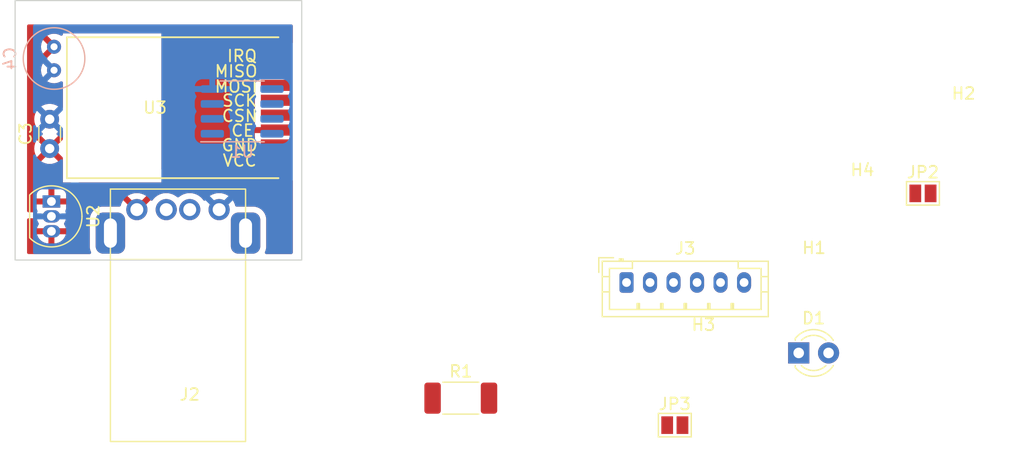
<source format=kicad_pcb>
(kicad_pcb (version 20211014) (generator pcbnew)
  (layers (0 "F.Cu" signal) (31 "B.Cu" signal) (34 "B.Paste" user) (35 "F.Paste" user) (36 "B.SilkS" user "B.Silkscreen") (37 "F.SilkS" user "F.Silkscreen") (38 "B.Mask" user) (39 "F.Mask" user) (44 "Edge.Cuts" user))
  (net 0 "")
  (net 1 "/5V")
  (net 2 "/GND")
  (net 3 "/3V3")
  (net 4 "Net-(U1-Pad3)")
  (net 7 "Net-(J2-Pad5)")
  (net 8 "CSN")
  (net 9 "Net-(D1-Pad1)")
  (net 10 "MOSI")
  (net 11 "MISO")
  (net 12 "SCK")
  (net 13 "RESET")
  (footprint "Connector_JST:JST_PH_B6B-PH-K_1x06_P2.00mm_Vertical" (layer "F.Cu") (at 143.967 89.797)
    (fp_text reference "J3" (at 5 -2.9) (layer "F.SilkS"))
    (fp_text value "Conn_01x06_Male")
    (fp_line (start 8.9 2.3) (end 8.9 1.8) (layer "F.SilkS") (width 0.12))
    (fp_line (start -2.06 0.8) (end -1.45 0.8) (layer "F.SilkS") (width 0.12))
    (fp_line (start -1.11 -2.11) (end -2.36 -2.11) (layer "F.SilkS") (width 0.12))
    (fp_line (start 1.1 1.8) (end 1.1 2.3) (layer "F.SilkS") (width 0.12))
    (fp_line (start 7 2.3) (end 7 1.8) (layer "F.SilkS") (width 0.12))
    (fp_line (start 11.45 2.3) (end 11.45 -1.2) (layer "F.SilkS") (width 0.12))
    (fp_line (start 12.06 2.91) (end 12.06 -1.81) (layer "F.SilkS") (width 0.12))
    (fp_line (start -0.6 -2.01) (end -0.6 -1.81) (layer "F.SilkS") (width 0.12))
    (fp_line (start -2.06 2.91) (end 12.06 2.91) (layer "F.SilkS") (width 0.12))
    (fp_line (start 0.9 1.8) (end 1.1 1.8) (layer "F.SilkS") (width 0.12))
    (fp_line (start -0.3 -1.81) (end -0.3 -2.01) (layer "F.SilkS") (width 0.12))
    (fp_line (start -1.45 -1.2) (end -1.45 2.3) (layer "F.SilkS") (width 0.12))
    (fp_line (start 9 2.3) (end 9 1.8) (layer "F.SilkS") (width 0.12))
    (fp_line (start 0.5 -1.81) (end 0.5 -1.2) (layer "F.SilkS") (width 0.12))
    (fp_line (start 0.9 2.3) (end 0.9 1.8) (layer "F.SilkS") (width 0.12))
    (fp_line (start 8.9 1.8) (end 9.1 1.8) (layer "F.SilkS") (width 0.12))
    (fp_line (start 6.9 2.3) (end 6.9 1.8) (layer "F.SilkS") (width 0.12))
    (fp_line (start 2.9 2.3) (end 2.9 1.8) (layer "F.SilkS") (width 0.12))
    (fp_line (start 0.5 -1.2) (end -1.45 -1.2) (layer "F.SilkS") (width 0.12))
    (fp_line (start 3 2.3) (end 3 1.8) (layer "F.SilkS") (width 0.12))
    (fp_line (start 9.5 -1.2) (end 9.5 -1.81) (layer "F.SilkS") (width 0.12))
    (fp_line (start 4.9 2.3) (end 4.9 1.8) (layer "F.SilkS") (width 0.12))
    (fp_line (start 3.1 1.8) (end 3.1 2.3) (layer "F.SilkS") (width 0.12))
    (fp_line (start -2.06 -0.5) (end -1.45 -0.5) (layer "F.SilkS") (width 0.12))
    (fp_line (start -2.06 -1.81) (end -2.06 2.91) (layer "F.SilkS") (width 0.12))
    (fp_line (start -1.45 2.3) (end 11.45 2.3) (layer "F.SilkS") (width 0.12))
    (fp_line (start 7.1 1.8) (end 7.1 2.3) (layer "F.SilkS") (width 0.12))
    (fp_line (start 9.1 1.8) (end 9.1 2.3) (layer "F.SilkS") (width 0.12))
    (fp_line (start 5 2.3) (end 5 1.8) (layer "F.SilkS") (width 0.12))
    (fp_line (start 12.06 -0.5) (end 11.45 -0.5) (layer "F.SilkS") (width 0.12))
    (fp_line (start -0.3 -2.01) (end -0.6 -2.01) (layer "F.SilkS") (width 0.12))
    (fp_line (start 12.06 0.8) (end 11.45 0.8) (layer "F.SilkS") (width 0.12))
    (fp_line (start 5.1 1.8) (end 5.1 2.3) (layer "F.SilkS") (width 0.12))
    (fp_line (start 1 2.3) (end 1 1.8) (layer "F.SilkS") (width 0.12))
    (fp_line (start 4.9 1.8) (end 5.1 1.8) (layer "F.SilkS") (width 0.12))
    (fp_line (start 6.9 1.8) (end 7.1 1.8) (layer "F.SilkS") (width 0.12))
    (fp_line (start 11.45 -1.2) (end 9.5 -1.2) (layer "F.SilkS") (width 0.12))
    (fp_line (start -0.3 -1.91) (end -0.6 -1.91) (layer "F.SilkS") (width 0.12))
    (fp_line (start 12.06 -1.81) (end -2.06 -1.81) (layer "F.SilkS") (width 0.12))
    (fp_line (start 2.9 1.8) (end 3.1 1.8) (layer "F.SilkS") (width 0.12))
    (fp_line (start -2.36 -2.11) (end -2.36 -0.86) (layer "F.SilkS") (width 0.12))
    (pad "1" thru_hole roundrect (at 0 0) (size 1.2 1.75) (drill 0.75) (layers *.Cu *.Mask) (roundrect_rratio 0.208333) (net 12 "SCK"))
    (pad "2" thru_hole oval (at 2 0) (size 1.2 1.75) (drill 0.75) (layers *.Cu *.Mask) (net 10 "MOSI"))
    (pad "3" thru_hole oval (at 4 0) (size 1.2 1.75) (drill 0.75) (layers *.Cu *.Mask) (net 11 "MISO"))
    (pad "4" thru_hole oval (at 6 0) (size 1.2 1.75) (drill 0.75) (layers *.Cu *.Mask) (net 13 "RESET"))
    (pad "5" thru_hole oval (at 8 0) (size 1.2 1.75) (drill 0.75) (layers *.Cu *.Mask) (net 1 "/5V"))
    (pad "6" thru_hole oval (at 10 0) (size 1.2 1.75) (drill 0.75) (layers *.Cu *.Mask) (net 2 "/GND"))
  )
  (footprint "MountingHole:MountingHole_2.2mm_M2" (layer "F.Cu") (at 159.917 90.047)
    (fp_text reference "H1" (at 0 -3.2) (layer "F.SilkS"))
    (fp_text value "MountingHole")
    (pad "" np_thru_hole circle (at 0 0) (size 2.2 2.2) (drill 2.2) (layers *.Cu *.Mask))
  )
  (footprint "Jumper:SolderJumper-2_P1.3mm_Open_Pad1.0x1.5mm" (layer "F.Cu") (at 148.077 101.947)
    (fp_text reference "JP3" (at 0 -1.8) (layer "F.SilkS"))
    (fp_text value "SolderJumper_2_Open")
    (fp_line (start 1.4 1) (end -1.4 1) (layer "F.SilkS") (width 0.12))
    (fp_line (start -1.4 -1) (end 1.4 -1) (layer "F.SilkS") (width 0.12))
    (fp_line (start 1.4 -1) (end 1.4 1) (layer "F.SilkS") (width 0.12))
    (fp_line (start -1.4 1) (end -1.4 -1) (layer "F.SilkS") (width 0.12))
    (pad "1" smd rect (at -0.65 0) (size 1 1.5) (layers "F.Cu" "F.Mask") (net 2 "/GND"))
    (pad "2" smd rect (at 0.65 0) (size 1 1.5) (layers "F.Cu" "F.Mask") (net 13 "RESET"))
  )
  (footprint "MountingHole:MountingHole_2.2mm_M2" (layer "F.Cu") (at 172.647 76.897)
    (fp_text reference "H2" (at 0 -3.2) (layer "F.SilkS"))
    (fp_text value "MountingHole")
    (pad "" np_thru_hole circle (at 0 0) (size 2.2 2.2) (drill 2.2) (layers *.Cu *.Mask))
  )
  (footprint "Connector_USB:USB_A_AliExpress_horizontal_male" (layer "F.Cu") (at 106.806 99.84)
    (fp_text reference "J2" (at 0 -0.5 unlocked) (layer "F.SilkS"))
    (fp_text value "USB_A")
    (fp_line (start -6.75 -12) (end 4.75 -12) (layer "F.SilkS") (width 0.12))
    (fp_rect (start -6.75 -18) (end 4.75 3.5) (layer "F.SilkS") (width 0.12) (fill none))
    (pad "" np_thru_hole circle (at 1.25 -14.25) (size 0 0) (drill 1) (layers *.Mask))
    (pad "" np_thru_hole circle (at -3.25 -14.25) (size 0 0) (drill 1) (layers F&B.Cu *.Mask))
    (pad "1" thru_hole circle (at -4.5 -16.25) (size 1.8 1.8) (drill 1.1) (layers *.Cu *.Mask) (net 1 "/5V"))
    (pad "2" thru_hole circle (at -2 -16.25) (size 1.8 1.8) (drill 1.1) (layers *.Cu *.Mask))
    (pad "3" thru_hole circle (at 0 -16.25) (size 1.8 1.8) (drill 1.1) (layers *.Cu *.Mask))
    (pad "4" thru_hole circle (at 2.5 -16.25) (size 1.8 1.8) (drill 1.1) (layers *.Cu *.Mask) (net 2 "/GND"))
    (pad "5" thru_hole roundrect (at -6.75 -14.25) (size 2.5 3.5) (drill oval 1.1 2.5) (layers *.Cu *.Mask) (net 7 "Net-(J2-Pad5)"))
    (pad "6" thru_hole roundrect (at 4.75 -14.25) (size 2.5 3.5) (drill oval 1.1 2.5) (layers *.Cu *.Mask))
  )
  (footprint "Capacitor_THT:C_Disc_D3.0mm_W1.6mm_P2.50mm" (layer "F.Cu") (at 94.889 78.391 90)
    (fp_text reference "C3" (at 1.25 -2.05 90) (layer "F.SilkS"))
    (fp_text value "C")
    (fp_line (start 0.621 0.92) (end 1.879 0.92) (layer "F.SilkS") (width 0.12))
    (fp_line (start 0.621 -0.92) (end 1.879 -0.92) (layer "F.SilkS") (width 0.12))
    (pad "1" thru_hole circle (at 0 0 90) (size 1.6 1.6) (drill 0.8) (layers *.Cu *.Mask) (net 3 "/3V3"))
    (pad "2" thru_hole circle (at 2.5 0 90) (size 1.6 1.6) (drill 0.8) (layers *.Cu *.Mask) (net 2 "/GND"))
  )
  (footprint "MountingHole:MountingHole_2.2mm_M2" (layer "F.Cu") (at 164.037 83.407)
    (fp_text reference "H4" (at 0 -3.2) (layer "F.SilkS"))
    (fp_text value "MountingHole")
    (pad "" np_thru_hole circle (at 0 0) (size 2.2 2.2) (drill 2.2) (layers *.Cu *.Mask))
  )
  (footprint "Jumper:SolderJumper-2_P1.3mm_Open_Pad1.0x1.5mm" (layer "F.Cu") (at 169.187 82.207)
    (fp_text reference "JP2" (at 0 -1.8) (layer "F.SilkS"))
    (fp_text value "SolderJumper_2_Open")
    (fp_line (start -1.4 1) (end -1.4 -1) (layer "F.SilkS") (width 0.12))
    (fp_line (start 1.4 -1) (end 1.4 1) (layer "F.SilkS") (width 0.12))
    (fp_line (start -1.4 -1) (end 1.4 -1) (layer "F.SilkS") (width 0.12))
    (fp_line (start 1.4 1) (end -1.4 1) (layer "F.SilkS") (width 0.12))
    (pad "1" smd rect (at -0.65 0) (size 1 1.5) (layers "F.Cu" "F.Mask") (net 2 "/GND"))
    (pad "2" smd rect (at 0.65 0) (size 1 1.5) (layers "F.Cu" "F.Mask") (net 7 "Net-(J2-Pad5)"))
  )
  (footprint "Package_TO_SOT_THT:TO-92_Inline" (layer "F.Cu") (at 95.037 82.895 -90)
    (fp_text reference "U2" (at 1.27 -3.56 90) (layer "F.SilkS"))
    (fp_text value "LP2950-3.3_TO92")
    (fp_line (start -0.53 1.85) (end 3.07 1.85) (layer "F.SilkS") (width 0.12))
    (fp_arc (start -0.568478 1.838478) (mid -1.132087 -0.994977) (end 1.27 -2.6) (layer "F.SilkS") (width 0.12))
    (fp_arc (start 1.27 -2.6) (mid 3.672087 -0.994977) (end 3.108478 1.838478) (layer "F.SilkS") (width 0.12))
    (pad "1" thru_hole rect (at 0 0 270) (size 1.05 1.5) (drill 0.75) (layers *.Cu *.Mask) (net 3 "/3V3"))
    (pad "2" thru_hole oval (at 1.27 0 270) (size 1.05 1.5) (drill 0.75) (layers *.Cu *.Mask) (net 2 "/GND"))
    (pad "3" thru_hole oval (at 2.54 0 270) (size 1.05 1.5) (drill 0.75) (layers *.Cu *.Mask) (net 1 "/5V"))
  )
  (footprint "LED_THT:LED_D3.0mm" (layer "F.Cu") (at 158.617 95.797)
    (fp_text reference "D1" (at 1.27 -2.96) (layer "F.SilkS"))
    (fp_text value "LED")
    (fp_line (start -0.29 -1.236) (end -0.29 -1.08) (layer "F.SilkS") (width 0.12))
    (fp_line (start -0.29 1.08) (end -0.29 1.236) (layer "F.SilkS") (width 0.12))
    (fp_arc (start -0.29 -1.235516) (mid 1.366487 -1.987659) (end 2.942335 -1.078608) (layer "F.SilkS") (width 0.12))
    (fp_arc (start 2.31113 1.079837) (mid 1.270117 1.5) (end 0.229039 1.08) (layer "F.SilkS") (width 0.12))
    (fp_arc (start 0.229039 -1.08) (mid 1.270117 -1.5) (end 2.31113 -1.079837) (layer "F.SilkS") (width 0.12))
    (fp_arc (start 2.942335 1.078608) (mid 1.366487 1.987659) (end -0.29 1.235516) (layer "F.SilkS") (width 0.12))
    (pad "1" thru_hole rect (at 0 0) (size 1.8 1.8) (drill 0.9) (layers *.Cu *.Mask) (net 9 "Net-(D1-Pad1)"))
    (pad "2" thru_hole circle (at 2.54 0) (size 1.8 1.8) (drill 0.9) (layers *.Cu *.Mask) (net 4 "Net-(U1-Pad3)"))
  )
  (footprint "RF_Module:NRF24L01-Module-SMD" (layer "F.Cu") (at 113.355 74.909)
    (fp_text reference "U3" (at -9.5 0) (layer "F.SilkS"))
    (fp_text value "NRF24L01_Breakout_8P")
    (fp_text user "CE" (at -2.05 1.95) (layer "F.SilkS"))
    (fp_text user "GND" (at -2.3 3.2) (layer "F.SilkS"))
    (fp_text user "MOSI" (at -2.6 -1.8) (layer "F.SilkS"))
    (fp_text user "VCC" (at -2.3 4.5) (layer "F.SilkS"))
    (fp_text user "MISO" (at -2.6 -3.1) (layer "F.SilkS"))
    (fp_text user "IRQ" (at -2.1 -4.4) (layer "F.SilkS"))
    (fp_text user "CSN" (at -2.3 0.7) (layer "F.SilkS"))
    (fp_text user "SCK" (at -2.3 -0.6) (layer "F.SilkS"))
    (fp_line (start 1 -6) (end -17 -6) (layer "F.SilkS") (width 0.15))
    (fp_line (start -17 6) (end 1 6) (layer "F.SilkS") (width 0.15))
    (fp_line (start -17 -6) (end -17 6) (layer "F.SilkS") (width 0.15))
    (pad "1" smd rect (at 0.3 4.445) (size 2.5 0.95) (drill (offset 0.45 0)) (layers "F.Cu" "F.Paste" "F.Mask") (net 3 "/3V3"))
    (pad "2" smd rect (at 0.3 3.175) (size 2.5 0.95) (drill (offset 0.45 0)) (layers "F.Cu" "F.Paste" "F.Mask") (net 2 "/GND"))
    (pad "3" smd rect (at 0.3 1.905) (size 2.5 0.95) (drill (offset 0.45 0)) (layers "F.Cu" "F.Paste" "F.Mask") (net 3 "/3V3"))
    (pad "4" smd rect (at 0.3 0.635) (size 2.5 0.95) (drill (offset 0.45 0)) (layers "F.Cu" "F.Paste" "F.Mask") (net 8 "CSN"))
    (pad "5" smd rect (at 0.3 -0.635) (size 2.5 0.95) (drill (offset 0.45 0)) (layers "F.Cu" "F.Paste" "F.Mask") (net 12 "SCK"))
    (pad "6" smd rect (at 0.3 -1.905) (size 2.5 0.95) (drill (offset 0.45 0)) (layers "F.Cu" "F.Paste" "F.Mask") (net 10 "MOSI"))
    (pad "7" smd rect (at 0.3 -3.175) (size 2.5 0.95) (drill (offset 0.45 0)) (layers "F.Cu" "F.Paste" "F.Mask") (net 11 "MISO"))
    (pad "8" smd rect (at 0.3 -4.445) (size 2.5 0.95) (drill (offset 0.45 0)) (layers "F.Cu" "F.Paste" "F.Mask"))
  )
  (footprint "MountingHole:MountingHole_2.2mm_M2" (layer "F.Cu") (at 150.517 96.597)
    (fp_text reference "H3" (at 0 -3.2) (layer "F.SilkS"))
    (fp_text value "MountingHole")
    (pad "" np_thru_hole circle (at 0 0) (size 2.2 2.2) (drill 2.2) (layers *.Cu *.Mask))
  )
  (footprint "Resistor_SMD:R_2010_5025Metric_Pad1.40x2.65mm_HandSolder" (layer "F.Cu") (at 129.867 99.647)
    (fp_text reference "R1" (at 0 -2.28) (layer "F.SilkS"))
    (fp_text value "R")
    (fp_line (start -1.527064 1.36) (end 1.527064 1.36) (layer "F.SilkS") (width 0.12))
    (fp_line (start -1.527064 -1.36) (end 1.527064 -1.36) (layer "F.SilkS") (width 0.12))
    (pad "1" smd roundrect (at -2.4 0) (size 1.4 2.65) (layers "F.Cu" "F.Paste" "F.Mask") (roundrect_rratio 0.178571) (net 9 "Net-(D1-Pad1)"))
    (pad "2" smd roundrect (at 2.4 0) (size 1.4 2.65) (layers "F.Cu" "F.Paste" "F.Mask") (roundrect_rratio 0.178571) (net 2 "/GND"))
  )
  (footprint "Capacitor_THT:C_Radial_D5.0mm_H5.0mm_P2.00mm" (layer "B.Cu") (at 95.261 69.719 -90)
    (fp_text reference "C4" (at 1 3.75 90) (layer "B.SilkS") (effects (justify mirror)))
    (fp_text value "C_Polarized")
    (fp_circle (center 1 0) (end 3.62 0) (layer "B.SilkS") (width 0.12) (fill none))
    (pad "1" thru_hole circle (at 0 0 270) (size 1.2 1.2) (drill 0.6) (layers *.Cu *.Mask) (net 3 "/3V3"))
    (pad "2" thru_hole circle (at 2 0 270) (size 1.2 1.2) (drill 0.6) (layers *.Cu *.Mask) (net 2 "/GND"))
  )
  (footprint "Package_SO:SOP-8_3.76x4.96mm_P1.27mm" (layer "B.Cu") (at 111.265 75.223)
    (fp_text reference "U1" (at 0 3.43) (layer "B.SilkS") (effects (justify mirror)))
    (fp_text value "ATtiny85-20P")
    (fp_line (start 0 -2.59) (end -1.88 -2.59) (layer "B.SilkS") (width 0.12))
    (fp_line (start 0 2.59) (end 1.88 2.59) (layer "B.SilkS") (width 0.12))
    (fp_line (start 0 2.59) (end -3.525 2.59) (layer "B.SilkS") (width 0.12))
    (fp_line (start 0 -2.59) (end 1.88 -2.59) (layer "B.SilkS") (width 0.12))
    (pad "1" smd roundrect (at -2.5375 1.905) (size 1.975 0.65) (layers "B.Cu" "B.Paste" "B.Mask") (net 13 "RESET"))
    (pad "2" smd roundrect (at -2.5375 0.635) (size 1.975 0.65) (layers "B.Cu" "B.Paste" "B.Mask") (net 8 "CSN"))
    (pad "3" smd roundrect (at -2.5375 -0.635) (size 1.975 0.65) (layers "B.Cu" "B.Paste" "B.Mask") (net 4 "Net-(U1-Pad3)"))
    (pad "4" smd roundrect (at -2.5375 -1.905) (size 1.975 0.65) (layers "B.Cu" "B.Paste" "B.Mask") (net 2 "/GND"))
    (pad "5" smd roundrect (at 2.5375 -1.905) (size 1.975 0.65) (layers "B.Cu" "B.Paste" "B.Mask") (net 11 "MISO"))
    (pad "6" smd roundrect (at 2.5375 -0.635) (size 1.975 0.65) (layers "B.Cu" "B.Paste" "B.Mask") (net 10 "MOSI"))
    (pad "7" smd roundrect (at 2.5375 0.635) (size 1.975 0.65) (layers "B.Cu" "B.Paste" "B.Mask") (net 12 "SCK"))
    (pad "8" smd roundrect (at 2.5375 1.905) (size 1.975 0.65) (layers "B.Cu" "B.Paste" "B.Mask") (net 1 "/5V"))
  )
  (gr_rect (start 116.332 87.884) (end 91.948 65.786) (layer "Edge.Cuts") (width 0.1) (fill none))
  (zone (net 3) (net_name "/3V3") (layer "F.Cu") (connect_pads (clearance 0.508)) (min_thickness 0.254) (fill yes (thermal_gap 0.508) (thermal_bridge_width 0.508))
    (polygon (pts (xy 115.57 80.264) (xy 96.774 80.264) (xy 96.774 83.82) (xy 92.964 83.82) (xy 92.964 80.264) (xy 92.964 67.818) (xy 115.57 67.818)))
  )
  (zone (net 1) (net_name "/5V") (layer "F.Cu") (connect_pads (clearance 0.508)) (min_thickness 0.254) (fill yes (thermal_gap 0.508) (thermal_bridge_width 0.508))
    (polygon (pts (xy 115.57 87.376) (xy 92.964 87.376) (xy 92.964 84.328) (xy 97.282 84.328) (xy 97.282 81.026) (xy 115.57 81.026)))
  )
  (zone (net 0) (net_name "") (layers F&B.Cu) (name "Antenna") (connect_pads (clearance 0)) (min_thickness 0.254)
    (keepout (tracks not_allowed) (vias not_allowed) (pads not_allowed) (copperpour not_allowed) (footprints allowed))
    (fill (thermal_gap 0.508) (thermal_bridge_width 0.508))
    (polygon (pts (xy 104.394 81.28) (xy 96.012 81.28) (xy 96.012 68.58) (xy 104.394 68.58)))
  )
  (zone (net 2) (net_name "/GND") (layer "B.Cu") (connect_pads (clearance 0.508)) (min_thickness 0.254) (fill yes (thermal_gap 0.508) (thermal_bridge_width 0.508))
    (polygon (pts (xy 115.57 87.376) (xy 93.472 87.376) (xy 93.472 67.818) (xy 115.57 67.818)))
  )
)
</source>
